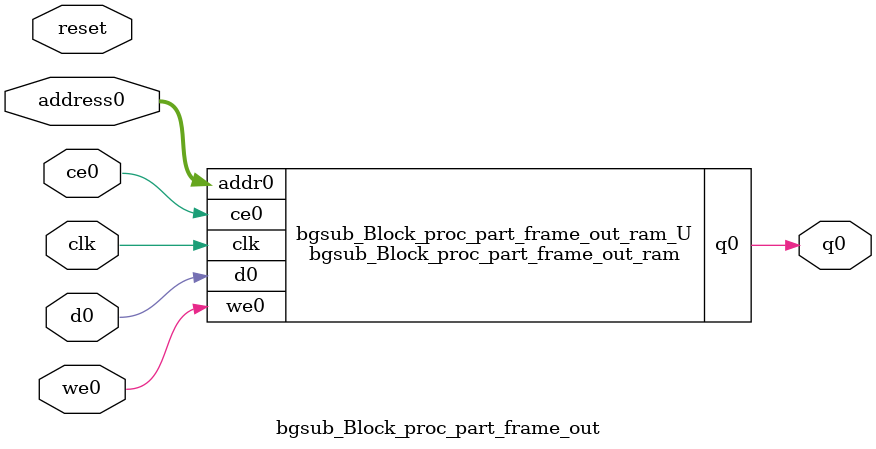
<source format=v>

`timescale 1 ns / 1 ps
module bgsub_Block_proc_part_frame_out_ram (addr0, ce0, d0, we0, q0,  clk);

parameter DWIDTH = 1;
parameter AWIDTH = 10;
parameter MEM_SIZE = 640;

input[AWIDTH-1:0] addr0;
input ce0;
input[DWIDTH-1:0] d0;
input we0;
output reg[DWIDTH-1:0] q0;
input clk;

(* ram_style = "distributed" *)reg [DWIDTH-1:0] ram[MEM_SIZE-1:0];




always @(posedge clk)  
begin 
    if (ce0) 
    begin
        if (we0) 
        begin 
            ram[addr0] <= d0; 
            q0 <= d0;
        end 
        else 
            q0 <= ram[addr0];
    end
end


endmodule


`timescale 1 ns / 1 ps
module bgsub_Block_proc_part_frame_out(
    reset,
    clk,
    address0,
    ce0,
    we0,
    d0,
    q0);

parameter DataWidth = 32'd1;
parameter AddressRange = 32'd640;
parameter AddressWidth = 32'd10;
input reset;
input clk;
input[AddressWidth - 1:0] address0;
input ce0;
input we0;
input[DataWidth - 1:0] d0;
output[DataWidth - 1:0] q0;



bgsub_Block_proc_part_frame_out_ram bgsub_Block_proc_part_frame_out_ram_U(
    .clk( clk ),
    .addr0( address0 ),
    .ce0( ce0 ),
    .d0( d0 ),
    .we0( we0 ),
    .q0( q0 ));

endmodule


</source>
